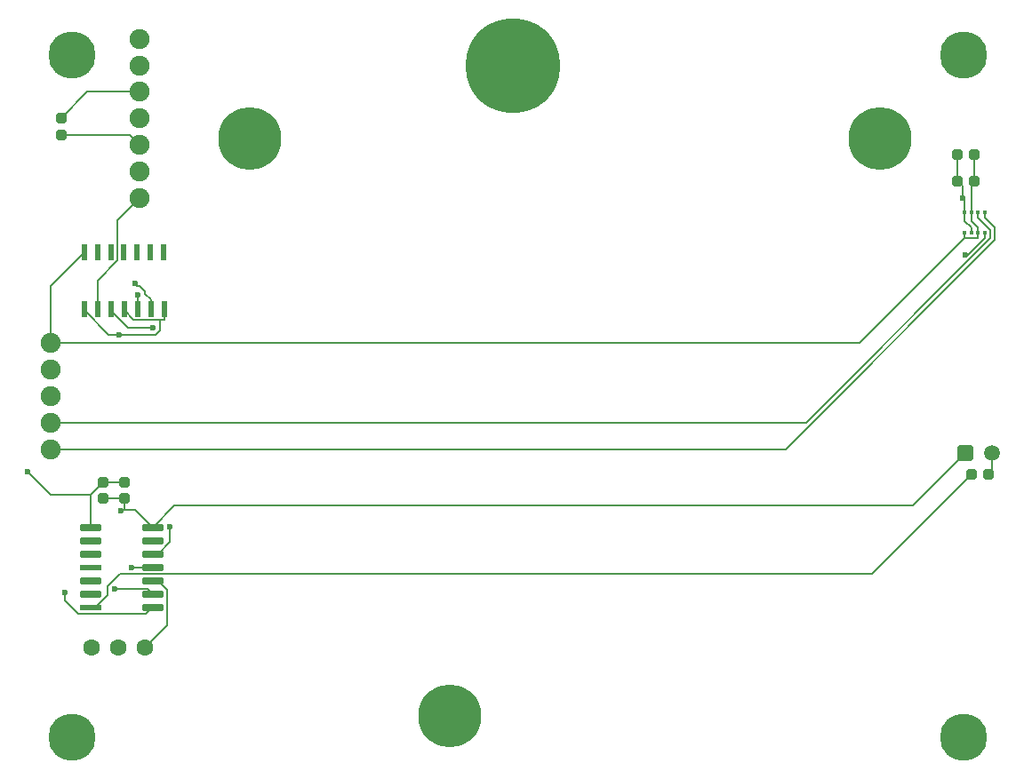
<source format=gbr>
%TF.GenerationSoftware,KiCad,Pcbnew,9.0.7-1.fc42*%
%TF.CreationDate,2026-02-03T17:14:12+01:00*%
%TF.ProjectId,air_sensor,6169725f-7365-46e7-936f-722e6b696361,rev?*%
%TF.SameCoordinates,Original*%
%TF.FileFunction,Copper,L1,Top*%
%TF.FilePolarity,Positive*%
%FSLAX46Y46*%
G04 Gerber Fmt 4.6, Leading zero omitted, Abs format (unit mm)*
G04 Created by KiCad (PCBNEW 9.0.7-1.fc42) date 2026-02-03 17:14:12*
%MOMM*%
%LPD*%
G01*
G04 APERTURE LIST*
G04 Aperture macros list*
%AMRoundRect*
0 Rectangle with rounded corners*
0 $1 Rounding radius*
0 $2 $3 $4 $5 $6 $7 $8 $9 X,Y pos of 4 corners*
0 Add a 4 corners polygon primitive as box body*
4,1,4,$2,$3,$4,$5,$6,$7,$8,$9,$2,$3,0*
0 Add four circle primitives for the rounded corners*
1,1,$1+$1,$2,$3*
1,1,$1+$1,$4,$5*
1,1,$1+$1,$6,$7*
1,1,$1+$1,$8,$9*
0 Add four rect primitives between the rounded corners*
20,1,$1+$1,$2,$3,$4,$5,0*
20,1,$1+$1,$4,$5,$6,$7,0*
20,1,$1+$1,$6,$7,$8,$9,0*
20,1,$1+$1,$8,$9,$2,$3,0*%
G04 Aperture macros list end*
%TA.AperFunction,ComponentPad*%
%ADD10C,4.500000*%
%TD*%
%TA.AperFunction,SMDPad,CuDef*%
%ADD11RoundRect,0.142500X0.357500X-0.332500X0.357500X0.332500X-0.357500X0.332500X-0.357500X-0.332500X0*%
%TD*%
%TA.AperFunction,ComponentPad*%
%ADD12C,1.600000*%
%TD*%
%TA.AperFunction,SMDPad,CuDef*%
%ADD13RoundRect,0.090000X-0.947500X-0.210000X0.947500X-0.210000X0.947500X0.210000X-0.947500X0.210000X0*%
%TD*%
%TA.AperFunction,SMDPad,CuDef*%
%ADD14RoundRect,0.088500X-0.949000X-0.206500X0.949000X-0.206500X0.949000X0.206500X-0.949000X0.206500X0*%
%TD*%
%TA.AperFunction,SMDPad,CuDef*%
%ADD15RoundRect,0.091500X-0.946000X-0.213500X0.946000X-0.213500X0.946000X0.213500X-0.946000X0.213500X0*%
%TD*%
%TA.AperFunction,SMDPad,CuDef*%
%ADD16RoundRect,0.082500X-0.192500X-0.667500X0.192500X-0.667500X0.192500X0.667500X-0.192500X0.667500X0*%
%TD*%
%TA.AperFunction,SMDPad,CuDef*%
%ADD17R,0.350000X0.350000*%
%TD*%
%TA.AperFunction,ComponentPad*%
%ADD18C,1.905000*%
%TD*%
%TA.AperFunction,SMDPad,CuDef*%
%ADD19RoundRect,0.142500X0.332500X0.357500X-0.332500X0.357500X-0.332500X-0.357500X0.332500X-0.357500X0*%
%TD*%
%TA.AperFunction,SMDPad,CuDef*%
%ADD20RoundRect,0.142500X-0.332500X-0.357500X0.332500X-0.357500X0.332500X0.357500X-0.332500X0.357500X0*%
%TD*%
%TA.AperFunction,ComponentPad*%
%ADD21RoundRect,0.250000X-0.500000X-0.500000X0.500000X-0.500000X0.500000X0.500000X-0.500000X0.500000X0*%
%TD*%
%TA.AperFunction,ComponentPad*%
%ADD22C,1.500000*%
%TD*%
%TA.AperFunction,SMDPad,CuDef*%
%ADD23C,6.000000*%
%TD*%
%TA.AperFunction,ComponentPad*%
%ADD24C,9.000000*%
%TD*%
%TA.AperFunction,ViaPad*%
%ADD25C,0.600000*%
%TD*%
%TA.AperFunction,Conductor*%
%ADD26C,0.200000*%
%TD*%
G04 APERTURE END LIST*
D10*
%TO.P,REF\u002A\u002A,*%
%TO.N,*%
X117000000Y-136000000D03*
%TD*%
D11*
%TO.P,C31,1*%
%TO.N,GND*%
X116000000Y-78600000D03*
%TO.P,C31,2*%
%TO.N,5V*%
X116000000Y-77000000D03*
%TD*%
D12*
%TO.P,J4,1,VCC*%
%TO.N,3V3*%
X118920000Y-127500000D03*
%TO.P,J4,2,GND*%
%TO.N,GND*%
X121460000Y-127500000D03*
%TO.P,J4,3,UPDI*%
%TO.N,UPDI*%
X124000000Y-127500000D03*
%TD*%
D10*
%TO.P,REF\u002A\u002A,*%
%TO.N,*%
X202000000Y-71000000D03*
%TD*%
D13*
%TO.P,U7,1,VDD*%
%TO.N,3V3*%
X118800000Y-116050000D03*
%TO.P,U7,2,PA4*%
%TO.N,unconnected-(U7-PA4-Pad2)*%
X118800000Y-117320000D03*
%TO.P,U7,3,PA5*%
%TO.N,unconnected-(U7-PA5-Pad3)*%
X118800000Y-118590000D03*
D14*
%TO.P,U7,4,PA6*%
%TO.N,unconnected-(U7-PA6-Pad4)*%
X118800000Y-119855000D03*
D13*
%TO.P,U7,5,PA7*%
%TO.N,unconnected-(U7-PA7-Pad5)*%
X118800000Y-121120000D03*
%TO.P,U7,6,TOSC1/PB3*%
%TO.N,unconnected-(U7-TOSC1{slash}PB3-Pad6)*%
X118800000Y-122390000D03*
D14*
%TO.P,U7,7,TOSC2/PB2*%
%TO.N,STATUS_LED*%
X118800000Y-123655000D03*
D13*
%TO.P,U7,8,PB1*%
%TO.N,SDA*%
X124725000Y-123660000D03*
%TO.P,U7,9,PB0*%
%TO.N,SCL*%
X124725000Y-122390000D03*
%TO.P,U7,10,PA0/RST/UPDI*%
%TO.N,UPDI*%
X124725000Y-121120000D03*
%TO.P,U7,11,PA1*%
%TO.N,AT_CLIM_TX*%
X124725000Y-119850000D03*
%TO.P,U7,12,PA2*%
%TO.N,AT_CLIM_RX*%
X124725000Y-118580000D03*
%TO.P,U7,13,PA3/EXTCLK*%
%TO.N,unconnected-(U7-PA3{slash}EXTCLK-Pad13)*%
X124725000Y-117310000D03*
D15*
%TO.P,U7,14,GND*%
%TO.N,GND*%
X124725000Y-116045000D03*
%TD*%
D11*
%TO.P,C21,1*%
%TO.N,GND*%
X120000000Y-113300000D03*
%TO.P,C21,2*%
%TO.N,3V3*%
X120000000Y-111700000D03*
%TD*%
D16*
%TO.P,U8,1,1OE*%
%TO.N,GND*%
X118190000Y-95200000D03*
%TO.P,U8,2,1A*%
%TO.N,PM_TX*%
X119460000Y-95200000D03*
%TO.P,U8,3,1Y*%
%TO.N,AT_CLIM_RX*%
X120730000Y-95200000D03*
%TO.P,U8,4,2OE*%
%TO.N,GND*%
X122000000Y-95200000D03*
%TO.P,U8,5,2A*%
%TO.N,AT_CLIM_TX*%
X123270000Y-95200000D03*
%TO.P,U8,6,2Y*%
%TO.N,PM_RX*%
X124540000Y-95200000D03*
%TO.P,U8,7,GND*%
%TO.N,GND*%
X125810000Y-95200000D03*
%TO.P,U8,8,3Y*%
%TO.N,unconnected-(U8-3Y-Pad8)*%
X125800000Y-89800000D03*
%TO.P,U8,9,3A*%
%TO.N,unconnected-(U8-3A-Pad9)*%
X124530000Y-89800000D03*
%TO.P,U8,10,3OE*%
%TO.N,unconnected-(U8-3OE-Pad10)*%
X123260000Y-89800000D03*
%TO.P,U8,11,4Y*%
%TO.N,unconnected-(U8-4Y-Pad11)*%
X121990000Y-89800000D03*
%TO.P,U8,12,4A*%
%TO.N,unconnected-(U8-4A-Pad12)*%
X120730000Y-89800000D03*
%TO.P,U8,13,4OE*%
%TO.N,unconnected-(U8-4OE-Pad13)*%
X119460000Y-89800000D03*
%TO.P,U8,14,VCC*%
%TO.N,3V3*%
X118190000Y-89800000D03*
%TD*%
D17*
%TO.P,S3,1,GND*%
%TO.N,GND*%
X202040000Y-86000000D03*
%TO.P,S3,2,CSB*%
%TO.N,3V3*%
X202690000Y-86000000D03*
%TO.P,S3,3,SDI*%
%TO.N,SDA*%
X203340000Y-86000000D03*
%TO.P,S3,4,SCK*%
%TO.N,SCL*%
X204000000Y-86000000D03*
%TO.P,S3,5,SDO*%
%TO.N,GND*%
X204000000Y-87960000D03*
%TO.P,S3,6,VDDIO*%
%TO.N,3V3*%
X203350000Y-87960000D03*
%TO.P,S3,7,GND*%
%TO.N,GND*%
X202700000Y-87960000D03*
%TO.P,S3,8,VDD*%
%TO.N,3V3*%
X202040000Y-87960000D03*
%TD*%
D18*
%TO.P,G1,1,3V3*%
%TO.N,3V3*%
X115000000Y-98460000D03*
%TO.P,G1,2,5V*%
%TO.N,5V*%
X115000000Y-101000000D03*
%TO.P,G1,3,GND*%
%TO.N,GND*%
X115000000Y-103500000D03*
%TO.P,G1,4,SDA*%
%TO.N,SDA*%
X115000000Y-106040000D03*
%TO.P,G1,5,SCL*%
%TO.N,SCL*%
X115000000Y-108580000D03*
%TD*%
D10*
%TO.P,REF\u002A\u002A,*%
%TO.N,*%
X117000000Y-71000000D03*
%TD*%
D11*
%TO.P,C22,1*%
%TO.N,GND*%
X122000000Y-113300000D03*
%TO.P,C22,2*%
%TO.N,3V3*%
X122000000Y-111700000D03*
%TD*%
D19*
%TO.P,C19,1*%
%TO.N,3V3*%
X203000000Y-83000000D03*
%TO.P,C19,2*%
%TO.N,GND*%
X201400000Y-83000000D03*
%TD*%
D18*
%TO.P,S4,1,NC*%
%TO.N,unconnected-(S4-NC-Pad1)*%
X123500000Y-69460000D03*
%TO.P,S4,2,1UM*%
%TO.N,unconnected-(S4-1UM-Pad2)*%
X123500000Y-72000000D03*
%TO.P,S4,3,5V*%
%TO.N,5V*%
X123500000Y-74500000D03*
%TO.P,S4,4,2.5UM*%
%TO.N,unconnected-(S4-2.5UM-Pad4)*%
X123500000Y-77040000D03*
%TO.P,S4,5,GND*%
%TO.N,GND*%
X123500000Y-79580000D03*
%TO.P,S4,6,RX*%
%TO.N,PM_RX*%
X123500000Y-82120000D03*
%TO.P,S4,7,TX*%
%TO.N,PM_TX*%
X123500000Y-84660000D03*
%TD*%
D10*
%TO.P,REF\u002A\u002A,*%
%TO.N,*%
X202000000Y-136000000D03*
%TD*%
D20*
%TO.P,C20,1*%
%TO.N,GND*%
X201400000Y-80500000D03*
%TO.P,C20,2*%
%TO.N,3V3*%
X203000000Y-80500000D03*
%TD*%
D21*
%TO.P,D1,1,K*%
%TO.N,GND*%
X202110000Y-108980000D03*
D22*
%TO.P,D1,2,A*%
%TO.N,Net-(D1-A)*%
X204650000Y-108980000D03*
%TD*%
D23*
%TO.P,REF\u002A\u002A,1*%
%TO.N,N/C*%
X194000000Y-79000000D03*
%TO.P,REF\u002A\u002A,2*%
X134000000Y-79000000D03*
%TO.P,REF\u002A\u002A,3*%
X153000000Y-134000000D03*
D24*
%TO.P,REF\u002A\u002A,4*%
X159000000Y-72000000D03*
%TD*%
D20*
%TO.P,R1,1*%
%TO.N,STATUS_LED*%
X202700000Y-111000000D03*
%TO.P,R1,2*%
%TO.N,Net-(D1-A)*%
X204300000Y-111000000D03*
%TD*%
D25*
%TO.N,3V3*%
X112806400Y-110729800D03*
%TO.N,GND*%
X202138900Y-90025700D03*
X121521000Y-97646300D03*
X121694200Y-114421900D03*
X201870000Y-84662700D03*
%TO.N,SCL*%
X121092500Y-121889100D03*
%TO.N,SDA*%
X116372600Y-122245400D03*
%TO.N,PM_RX*%
X123056400Y-92808200D03*
%TO.N,AT_CLIM_RX*%
X124776500Y-97038700D03*
X126354100Y-115942000D03*
%TO.N,AT_CLIM_TX*%
X123305100Y-93852100D03*
X122740700Y-119866700D03*
%TD*%
D26*
%TO.N,3V3*%
X120000000Y-111700000D02*
X122000000Y-111700000D01*
X114976600Y-112900000D02*
X112806400Y-110729800D01*
X203000000Y-83000000D02*
X202690000Y-83310000D01*
X118800000Y-116050000D02*
X118800000Y-112900000D01*
X192016700Y-98460000D02*
X202040000Y-88436700D01*
X118800000Y-112900000D02*
X120000000Y-111700000D01*
X203350000Y-88436700D02*
X202040000Y-88436700D01*
X115000000Y-98460000D02*
X192016700Y-98460000D01*
X202040000Y-87960000D02*
X202040000Y-88436700D01*
X202690000Y-86000000D02*
X202690000Y-86823300D01*
X202690000Y-83310000D02*
X202690000Y-86000000D01*
X203350000Y-87960000D02*
X203350000Y-88436700D01*
X203350000Y-87960000D02*
X203350000Y-87483300D01*
X202690000Y-86823300D02*
X203350000Y-87483300D01*
X203000000Y-80500000D02*
X203000000Y-83000000D01*
X115000000Y-92990000D02*
X115000000Y-98460000D01*
X118800000Y-112900000D02*
X114976600Y-112900000D01*
X118190000Y-89800000D02*
X115000000Y-92990000D01*
%TO.N,GND*%
X122000000Y-95353200D02*
X122908500Y-96261700D01*
X204000000Y-87960000D02*
X204000000Y-88436700D01*
X201400000Y-80500000D02*
X201400000Y-83000000D01*
X202411000Y-90025700D02*
X202138900Y-90025700D01*
X201870000Y-84662700D02*
X201870000Y-83470000D01*
X122000000Y-114342600D02*
X121773500Y-114342600D01*
X122908500Y-96261700D02*
X125422500Y-96261700D01*
X202700000Y-87960000D02*
X202700000Y-87483300D01*
X120485400Y-97646300D02*
X118190000Y-95350900D01*
X202040000Y-86000000D02*
X202040000Y-86823300D01*
X122520000Y-78600000D02*
X123500000Y-79580000D01*
X118190000Y-95350900D02*
X118190000Y-95200000D01*
X197126900Y-113963100D02*
X126806900Y-113963100D01*
X204000000Y-88436700D02*
X202411000Y-90025700D01*
X202040000Y-86823300D02*
X202700000Y-87483300D01*
X202040000Y-84832700D02*
X201870000Y-84662700D01*
X125810000Y-95200000D02*
X125810000Y-96261700D01*
X202110000Y-108980000D02*
X197126900Y-113963100D01*
X125035100Y-97646300D02*
X121521000Y-97646300D01*
X121521000Y-97646300D02*
X120485400Y-97646300D01*
X126806900Y-113963100D02*
X124725000Y-116045000D01*
X125422500Y-96261700D02*
X125810000Y-96261700D01*
X201870000Y-83470000D02*
X201400000Y-83000000D01*
X122000000Y-95200000D02*
X122000000Y-95353200D01*
X121773500Y-114342600D02*
X121694200Y-114421900D01*
X124725000Y-116045000D02*
X123022600Y-114342600D01*
X120000000Y-113300000D02*
X122000000Y-113300000D01*
X116000000Y-78600000D02*
X122520000Y-78600000D01*
X122000000Y-114342600D02*
X122000000Y-113300000D01*
X123022600Y-114342600D02*
X122000000Y-114342600D01*
X125422500Y-97258900D02*
X125035100Y-97646300D01*
X202040000Y-86000000D02*
X202040000Y-84832700D01*
X125422500Y-96261700D02*
X125422500Y-97258900D01*
%TO.N,5V*%
X118500000Y-74500000D02*
X116000000Y-77000000D01*
X123500000Y-74500000D02*
X118500000Y-74500000D01*
%TO.N,SCL*%
X204000000Y-86000000D02*
X204000000Y-86476700D01*
X185026400Y-108580000D02*
X204966800Y-88639600D01*
X204966800Y-87443500D02*
X204000000Y-86476700D01*
X115000000Y-108580000D02*
X185026400Y-108580000D01*
X121092500Y-121889100D02*
X124224100Y-121889100D01*
X204966800Y-88639600D02*
X204966800Y-87443500D01*
X124224100Y-121889100D02*
X124725000Y-122390000D01*
%TO.N,SDA*%
X203340000Y-86000000D02*
X203340000Y-86476700D01*
X116372600Y-122973000D02*
X116372600Y-122245400D01*
X117675100Y-124275500D02*
X116372600Y-122973000D01*
X204530700Y-87667400D02*
X203340000Y-86476700D01*
X115000000Y-106040000D02*
X186975500Y-106040000D01*
X204530700Y-88484800D02*
X204530700Y-87667400D01*
X186975500Y-106040000D02*
X204530700Y-88484800D01*
X124725000Y-123660000D02*
X124109500Y-124275500D01*
X124109500Y-124275500D02*
X117675100Y-124275500D01*
%TO.N,UPDI*%
X124725000Y-121120000D02*
X125223400Y-121120000D01*
X126095700Y-125404300D02*
X124000000Y-127500000D01*
X126095700Y-121992300D02*
X126095700Y-125404300D01*
X125223400Y-121120000D02*
X126095700Y-121992300D01*
%TO.N,PM_TX*%
X121360000Y-90582300D02*
X119460000Y-92482300D01*
X123500000Y-84660000D02*
X121360000Y-86800000D01*
X121360000Y-86800000D02*
X121360000Y-90582300D01*
X119460000Y-92482300D02*
X119460000Y-95200000D01*
%TO.N,PM_RX*%
X124540000Y-94291800D02*
X124000000Y-93751800D01*
X124000000Y-93751800D02*
X124000000Y-93500000D01*
X124540000Y-95200000D02*
X124540000Y-94291800D01*
X123500000Y-93000000D02*
X124000000Y-93500000D01*
X123248200Y-93000000D02*
X123500000Y-93000000D01*
X123056400Y-92808200D02*
X123248200Y-93000000D01*
%TO.N,AT_CLIM_RX*%
X120730000Y-95368900D02*
X120730000Y-95200000D01*
X124725000Y-118580000D02*
X125226800Y-118580000D01*
X122399800Y-97038700D02*
X120730000Y-95368900D01*
X124776500Y-97038700D02*
X122399800Y-97038700D01*
X126354100Y-117452700D02*
X126354100Y-115942000D01*
X125226800Y-118580000D02*
X126354100Y-117452700D01*
%TO.N,AT_CLIM_TX*%
X123270000Y-93887200D02*
X123270000Y-95200000D01*
X123305100Y-93852100D02*
X123270000Y-93887200D01*
X124708300Y-119866700D02*
X124725000Y-119850000D01*
X122740700Y-119866700D02*
X124708300Y-119866700D01*
%TO.N,Net-(D1-A)*%
X204650000Y-110650000D02*
X204650000Y-108980000D01*
X204300000Y-111000000D02*
X204650000Y-110650000D01*
%TO.N,STATUS_LED*%
X202700000Y-111000000D02*
X193221600Y-120478400D01*
X193221600Y-120478400D02*
X121608200Y-120478400D01*
X120432300Y-121654300D02*
X120432300Y-122506600D01*
X119283900Y-123655000D02*
X118800000Y-123655000D01*
X120432300Y-122506600D02*
X119283900Y-123655000D01*
X121608200Y-120478400D02*
X120432300Y-121654300D01*
%TD*%
M02*

</source>
